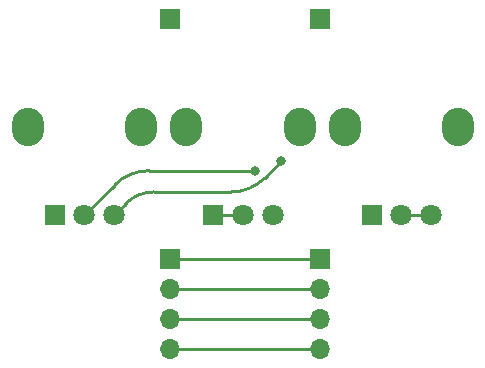
<source format=gbr>
%TF.GenerationSoftware,KiCad,Pcbnew,(6.0.1)*%
%TF.CreationDate,2022-05-20T14:01:47-07:00*%
%TF.ProjectId,ratt-rounded,72617474-2d72-46f7-956e-6465642e6b69,rev?*%
%TF.SameCoordinates,Original*%
%TF.FileFunction,Copper,L1,Top*%
%TF.FilePolarity,Positive*%
%FSLAX46Y46*%
G04 Gerber Fmt 4.6, Leading zero omitted, Abs format (unit mm)*
G04 Created by KiCad (PCBNEW (6.0.1)) date 2022-05-20 14:01:47*
%MOMM*%
%LPD*%
G01*
G04 APERTURE LIST*
%TA.AperFunction,ComponentPad*%
%ADD10O,2.720000X3.240000*%
%TD*%
%TA.AperFunction,ComponentPad*%
%ADD11R,1.800000X1.800000*%
%TD*%
%TA.AperFunction,ComponentPad*%
%ADD12C,1.800000*%
%TD*%
%TA.AperFunction,ComponentPad*%
%ADD13R,1.700000X1.700000*%
%TD*%
%TA.AperFunction,ComponentPad*%
%ADD14O,1.700000X1.700000*%
%TD*%
%TA.AperFunction,ViaPad*%
%ADD15C,0.800000*%
%TD*%
%TA.AperFunction,Conductor*%
%ADD16C,0.250000*%
%TD*%
G04 APERTURE END LIST*
D10*
%TO.P,RV1,*%
%TO.N,*%
X30810000Y-33350000D03*
X40410000Y-33350000D03*
D11*
%TO.P,RV1,1,1*%
%TO.N,Net-(D1-Pad2)*%
X33110000Y-40850000D03*
D12*
%TO.P,RV1,2,2*%
X35610000Y-40850000D03*
%TO.P,RV1,3,3*%
%TO.N,Net-(R4-Pad1)*%
X38110000Y-40850000D03*
%TD*%
D10*
%TO.P,RV2,*%
%TO.N,*%
X44215000Y-33350000D03*
X53815000Y-33350000D03*
D11*
%TO.P,RV2,1,1*%
%TO.N,Net-(R8-Pad1)*%
X46515000Y-40850000D03*
D12*
%TO.P,RV2,2,2*%
%TO.N,Net-(C10-Pad1)*%
X49015000Y-40850000D03*
%TO.P,RV2,3,3*%
X51515000Y-40850000D03*
%TD*%
D10*
%TO.P,RV3,*%
%TO.N,*%
X26975000Y-33350000D03*
X17375000Y-33350000D03*
D11*
%TO.P,RV3,1,1*%
%TO.N,Net-(C8-Pad1)*%
X19675000Y-40850000D03*
D12*
%TO.P,RV3,2,2*%
X22175000Y-40850000D03*
%TO.P,RV3,3,3*%
%TO.N,Net-(C2-Pad1)*%
X24675000Y-40850000D03*
%TD*%
D13*
%TO.P,REF2,*%
%TO.N,*%
X29400000Y-24230000D03*
%TD*%
%TO.P,J2,1,Pin_1*%
%TO.N,+9V*%
X42100000Y-44560000D03*
D14*
%TO.P,J2,2,Pin_2*%
%TO.N,GND*%
X42100000Y-47100000D03*
%TO.P,J2,3,Pin_3*%
%TO.N,INPUT*%
X42100000Y-49640000D03*
%TO.P,J2,4,Pin_4*%
%TO.N,OUTPUT*%
X42100000Y-52180000D03*
%TD*%
D13*
%TO.P,J1,1,Pin_1*%
%TO.N,+9V*%
X29400000Y-44560000D03*
D14*
%TO.P,J1,2,Pin_2*%
%TO.N,GND*%
X29400000Y-47100000D03*
%TO.P,J1,3,Pin_3*%
%TO.N,INPUT*%
X29400000Y-49640000D03*
%TO.P,J1,4,Pin_4*%
%TO.N,OUTPUT*%
X29400000Y-52180000D03*
%TD*%
D13*
%TO.P,REF1,*%
%TO.N,*%
X42100000Y-24230000D03*
%TD*%
D15*
%TO.N,Net-(C2-Pad1)*%
X38867800Y-36278000D03*
%TO.N,Net-(C8-Pad1)*%
X36633200Y-37063300D03*
%TD*%
D16*
%TO.N,Net-(C8-Pad1)*%
X24766355Y-38258644D02*
G75*
G02*
X27652172Y-37063300I2885813J-2885809D01*
G01*
%TO.N,Net-(C2-Pad1)*%
X34589427Y-38865899D02*
G75*
G03*
X37475243Y-37670554I-4J4081170D01*
G01*
X25667050Y-39857950D02*
G75*
G02*
X28062070Y-38865900I2395017J-2395013D01*
G01*
%TO.N,GND*%
X42100000Y-47100000D02*
X29400000Y-47100000D01*
%TO.N,INPUT*%
X29400000Y-49640000D02*
X42100000Y-49640000D01*
%TO.N,OUTPUT*%
X42100000Y-52180000D02*
X29400000Y-52180000D01*
%TO.N,Net-(C2-Pad1)*%
X25667050Y-39857950D02*
X24675000Y-40850000D01*
X34589427Y-38865900D02*
X28062070Y-38865900D01*
X38867800Y-36278000D02*
X37475244Y-37670555D01*
%TO.N,Net-(C10-Pad1)*%
X51515000Y-40850000D02*
X49015000Y-40850000D01*
%TO.N,+9V*%
X29400000Y-44560000D02*
X42100000Y-44560000D01*
%TO.N,Net-(C8-Pad1)*%
X24766355Y-38258644D02*
X22175000Y-40850000D01*
X27652172Y-37063300D02*
X36633200Y-37063300D01*
%TO.N,Net-(D1-Pad2)*%
X33110000Y-40850000D02*
X35610000Y-40850000D01*
%TD*%
M02*

</source>
